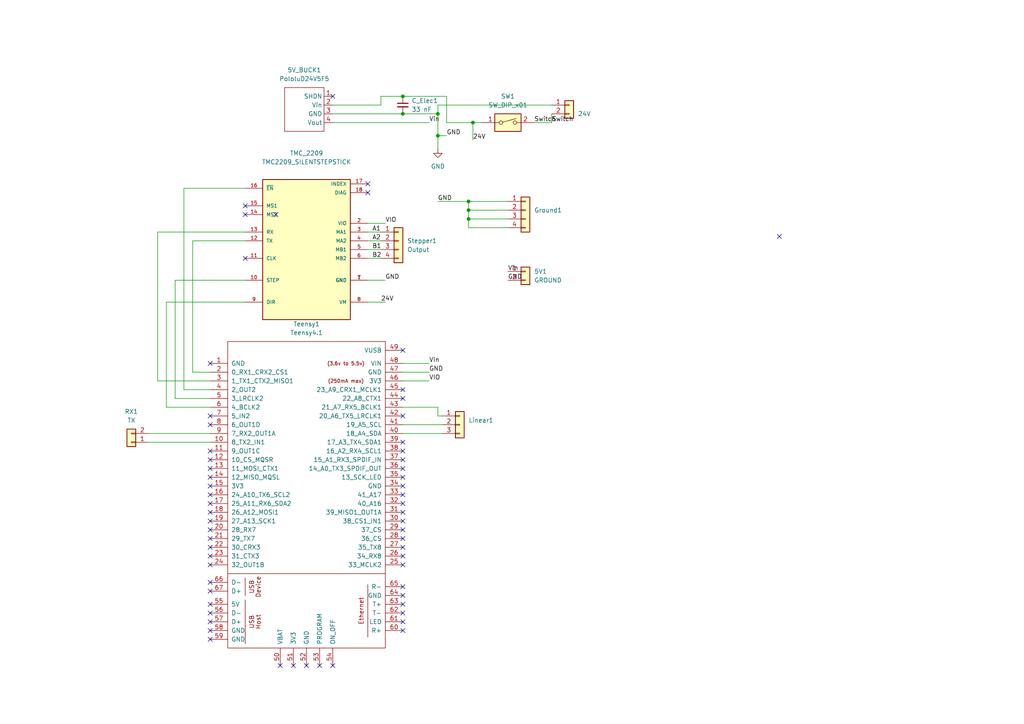
<source format=kicad_sch>
(kicad_sch (version 20250114) (generator "eeschema") (generator_version "9.0")
  (paper "A4")
  (title_block (title "Arm_Controller_Board") (date "2024-04-24") (company "RoboNav"))
  (lib_symbols
    (symbol "Connector_Generic:Conn_01x02" (pin_names (offset 1.016) (hide yes))
      (property "Reference" "J" (at 0 2.54 0))
      (property "Value" "Conn_01x02" (at 0 -5.08 0))
      (symbol "Conn_01x02_1_1"
        (rectangle (start -1.27 1.27) (end 1.27 -3.81) (stroke (width 0.254)) (fill (type background)))
        (rectangle (start -1.27 0.127) (end 0 -0.127) (stroke (width 0.1524)))
        (rectangle (start -1.27 -2.413) (end 0 -2.667) (stroke (width 0.1524)))
        (pin passive line (at -5.08 0 0) (length 3.81) (name "Pin_1") (number "1"))
        (pin passive line (at -5.08 -2.54 0) (length 3.81) (name "Pin_2") (number "2"))
      )
    )
    (symbol "Connector_Generic:Conn_01x03" (pin_names (offset 1.016) (hide yes))
      (property "Reference" "J" (at 0 5.08 0))
      (property "Value" "Conn_01x03" (at 0 -5.08 0))
      (symbol "Conn_01x03_1_1"
        (rectangle (start -1.27 3.81) (end 1.27 -3.81) (stroke (width 0.254)) (fill (type background)))
        (rectangle (start -1.27 2.667) (end 0 2.413) (stroke (width 0.1524)))
        (rectangle (start -1.27 0.127) (end 0 -0.127) (stroke (width 0.1524)))
        (rectangle (start -1.27 -2.413) (end 0 -2.667) (stroke (width 0.1524)))
        (pin passive line (at -5.08 2.54 0) (length 3.81) (name "Pin_1") (number "1"))
        (pin passive line (at -5.08 0 0) (length 3.81) (name "Pin_2") (number "2"))
        (pin passive line (at -5.08 -2.54 0) (length 3.81) (name "Pin_3") (number "3"))
      )
    )
    (symbol "Connector_Generic:Conn_01x04" (pin_names (offset 1.016) (hide yes))
      (property "Reference" "J" (at 0 5.08 0))
      (property "Value" "Conn_01x04" (at 0 -7.62 0))
      (symbol "Conn_01x04_1_1"
        (rectangle (start -1.27 3.81) (end 1.27 -6.35) (stroke (width 0.254)) (fill (type background)))
        (rectangle (start -1.27 2.667) (end 0 2.413) (stroke (width 0.1524)))
        (rectangle (start -1.27 0.127) (end 0 -0.127) (stroke (width 0.1524)))
        (rectangle (start -1.27 -2.413) (end 0 -2.667) (stroke (width 0.1524)))
        (rectangle (start -1.27 -4.953) (end 0 -5.207) (stroke (width 0.1524)))
        (pin passive line (at -5.08 2.54 0) (length 3.81) (name "Pin_1") (number "1"))
        (pin passive line (at -5.08 0 0) (length 3.81) (name "Pin_2") (number "2"))
        (pin passive line (at -5.08 -2.54 0) (length 3.81) (name "Pin_3") (number "3"))
        (pin passive line (at -5.08 -5.08 0) (length 3.81) (name "Pin_4") (number "4"))
      )
    )
    (symbol "Device:C_Small" (pin_numbers (hide yes)) (pin_names (offset 0.254) (hide yes))
      (property "Reference" "C" (at 0.254 1.778 0))
      (property "Value" "C_Small" (at 0.254 -2.032 0))
      (symbol "C_Small_0_1"
        (polyline (pts (xy -1.524 0.508) (xy 1.524 0.508)) (stroke (width 0.3048)))
        (polyline (pts (xy -1.524 -0.508) (xy 1.524 -0.508)) (stroke (width 0.3302)))
      )
      (symbol "C_Small_1_1"
        (pin passive line (at 0 2.54 270) (length 2.032) (name "~") (number "1"))
        (pin passive line (at 0 -2.54 90) (length 2.032) (name "~") (number "2"))
      )
    )
    (symbol "Pololu_5V_D24V5F5:D24V5F5"
      (property "Reference" "U2" (at -5.715 11.43 0))
      (property "Value" "~" (at -5.715 8.89 0))
      (symbol "D24V5F5_0_1"
        (rectangle (start 0 7.62) (end -11.43 -5.08))
      )
      (symbol "D24V5F5_1_1"
        (pin power_in line (at 2.54 5.08 180) (length 2.54) (name "SHDN") (number "1"))
        (pin power_in line (at 2.54 2.54 180) (length 2.54) (name "Vin") (number "2"))
        (pin power_in line (at 2.54 0 180) (length 2.54) (name "GND") (number "3"))
        (pin power_out line (at 2.54 -2.54 180) (length 2.54) (name "Vout") (number "4"))
      )
    )
    (symbol "Switch:SW_DIP_x01" (pin_names (offset 0) (hide yes))
      (property "Reference" "SW" (at 0 3.81 0))
      (property "Value" "SW_DIP_x01" (at 0 -3.81 0))
      (symbol "SW_DIP_x01_0_0"
        (circle (center -2.032 0) (radius 0.508))
        (polyline (pts (xy -1.524 0.127) (xy 2.3622 1.1684)))
        (circle (center 2.032 0) (radius 0.508))
      )
      (symbol "SW_DIP_x01_0_1"
        (rectangle (start -3.81 2.54) (end 3.81 -2.54) (stroke (width 0.254)) (fill (type background)))
      )
      (symbol "SW_DIP_x01_1_1"
        (pin passive line (at -7.62 0 0) (length 5.08) (name "~") (number "1"))
        (pin passive line (at 7.62 0 180) (length 5.08) (name "~") (number "2"))
      )
    )
    (symbol "TMC2209_SILENTSTEPSTICK:TMC2209_SILENTSTEPSTICK" (pin_names (offset 1.016))
      (property "Reference" "TMC_2209" (at 0 25.4 0))
      (property "Value" "TMC2209_SILENTSTEPSTICK" (at 0 22.86 0))
      (symbol "TMC2209_SILENTSTEPSTICK_0_0"
        (rectangle (start -12.7 17.78) (end 12.7 -22.86) (stroke (width 0.254)) (fill (type background)))
        (pin input line (at -17.78 15.24 0) (length 5.08) (name "~{EN}") (number "16"))
        (pin input line (at -17.78 10.16 0) (length 5.08) (name "MS1") (number "15"))
        (pin input line (at -17.78 7.62 0) (length 5.08) (name "MS2") (number "14"))
        (pin input line (at -17.78 -11.43 0) (length 5.08) (name "STEP") (number "10"))
        (pin input line (at -17.78 -17.78 0) (length 5.08) (name "DIR") (number "9"))
        (pin output line (at 17.78 16.51 180) (length 5.08) (name "INDEX") (number "17"))
        (pin output line (at 17.78 13.97 180) (length 5.08) (name "DIAG") (number "18"))
        (pin power_in line (at 17.78 5.08 180) (length 5.08) (name "VIO") (number "2"))
        (pin power_in line (at 17.78 -11.43 180) (length 5.08) (name "GND") (number "1"))
        (pin power_in line (at 17.78 -11.43 180) (length 5.08) (name "GND") (number "7"))
        (pin power_in line (at 17.78 -17.78 180) (length 5.08) (name "VM") (number "8"))
      )
      (symbol "TMC2209_SILENTSTEPSTICK_1_0"
        (pin input line (at -17.78 2.54 0) (length 5.08) (name "RX") (number "13"))
        (pin bidirectional line (at -17.78 0 0) (length 5.08) (name "TX") (number "12"))
        (pin bidirectional line (at -17.78 -5.08 0) (length 5.08) (name "CLK") (number "11"))
        (pin output line (at 17.78 2.54 180) (length 5.08) (name "MA1") (number "3"))
        (pin output line (at 17.78 0 180) (length 5.08) (name "MA2") (number "4"))
        (pin output line (at 17.78 -2.54 180) (length 5.08) (name "MB1") (number "5"))
        (pin output line (at 17.78 -5.08 180) (length 5.08) (name "MB2") (number "6"))
      )
    )
    (symbol "Teensy:Teensy4.1" (pin_names (offset 1.016))
      (property "Reference" "U" (at 0 64.77 0))
      (property "Value" "Teensy4.1" (at 0 62.23 0))
      (symbol "Teensy4.1_0_0"
        (polyline (pts (xy -22.86 -6.35) (xy 22.86 -6.35)))
        (polyline (pts (xy -17.78 -7.62) (xy -17.78 -12.7)))
        (polyline (pts (xy -17.78 -26.67) (xy -17.78 -13.97)))
        (polyline (pts (xy 17.78 -9.525) (xy 17.78 -24.765)))
        (text "USB" (at -15.875 -10.16 900) (effects (font (size 1.27 1.27))))
        (text "USB" (at -15.875 -20.32 900) (effects (font (size 1.27 1.27))))
        (text "Device" (at -13.97 -10.16 900) (effects (font (size 1.27 1.27))))
        (text "Host" (at -13.97 -20.32 900) (effects (font (size 1.27 1.27))))
        (text "(3.6v to 5.5v)" (at 11.43 54.61 0) (effects (font (size 1.016 1.016))))
        (text "(250mA max)" (at 11.43 49.53 0) (effects (font (size 1.016 1.016))))
        (text "Ethernet" (at 15.875 -17.145 900) (effects (font (size 1.27 1.27))))
        (pin bidirectional line (at -27.94 44.45 0) (length 5.08) (name "3_LRCLK2") (number "5"))
        (pin bidirectional line (at -27.94 41.91 0) (length 5.08) (name "4_BCLK2") (number "6"))
        (pin bidirectional line (at -27.94 39.37 0) (length 5.08) (name "5_IN2") (number "7"))
        (pin bidirectional line (at -27.94 36.83 0) (length 5.08) (name "6_OUT1D") (number "8"))
        (pin bidirectional line (at -27.94 34.29 0) (length 5.08) (name "7_RX2_OUT1A") (number "9"))
        (pin bidirectional line (at -27.94 31.75 0) (length 5.08) (name "8_TX2_IN1") (number "10"))
        (pin bidirectional line (at -27.94 29.21 0) (length 5.08) (name "9_OUT1C") (number "11"))
        (pin bidirectional line (at -27.94 26.67 0) (length 5.08) (name "10_CS_MQSR") (number "12"))
        (pin bidirectional line (at -27.94 24.13 0) (length 5.08) (name "11_MOSI_CTX1") (number "13"))
        (pin bidirectional line (at -27.94 21.59 0) (length 5.08) (name "12_MISO_MQSL") (number "14"))
        (pin power_in line (at -27.94 19.05 0) (length 5.08) (name "3V3") (number "15"))
        (pin bidirectional line (at -27.94 16.51 0) (length 5.08) (name "24_A10_TX6_SCL2") (number "16"))
        (pin bidirectional line (at -27.94 13.97 0) (length 5.08) (name "25_A11_RX6_SDA2") (number "17"))
        (pin bidirectional line (at -27.94 11.43 0) (length 5.08) (name "26_A12_MOSI1") (number "18"))
        (pin bidirectional line (at -27.94 8.89 0) (length 5.08) (name "27_A13_SCK1") (number "19"))
        (pin bidirectional line (at -27.94 6.35 0) (length 5.08) (name "28_RX7") (number "20"))
        (pin bidirectional line (at -27.94 3.81 0) (length 5.08) (name "29_TX7") (number "21"))
        (pin bidirectional line (at -27.94 1.27 0) (length 5.08) (name "30_CRX3") (number "22"))
        (pin bidirectional line (at -27.94 -1.27 0) (length 5.08) (name "31_CTX3") (number "23"))
        (pin bidirectional line (at -27.94 -3.81 0) (length 5.08) (name "32_OUT1B") (number "24"))
        (pin bidirectional line (at -27.94 -8.89 0) (length 5.08) (name "D-") (number "66"))
        (pin bidirectional line (at -27.94 -11.43 0) (length 5.08) (name "D+") (number "67"))
        (pin power_out line (at -27.94 -15.24 0) (length 5.08) (name "5V") (number "55"))
        (pin bidirectional line (at -27.94 -17.78 0) (length 5.08) (name "D-") (number "56"))
        (pin bidirectional line (at -27.94 -20.32 0) (length 5.08) (name "D+") (number "57"))
        (pin power_in line (at -27.94 -22.86 0) (length 5.08) (name "GND") (number "58"))
        (pin power_in line (at -27.94 -25.4 0) (length 5.08) (name "GND") (number "59"))
        (pin power_in line (at -7.62 -33.02 90) (length 5.08) (name "VBAT") (number "50"))
        (pin power_in line (at -3.81 -33.02 90) (length 5.08) (name "3V3") (number "51"))
        (pin input line (at 0 -33.02 90) (length 5.08) (name "GND") (number "52"))
        (pin input line (at 3.81 -33.02 90) (length 5.08) (name "PROGRAM") (number "53"))
        (pin input line (at 7.62 -33.02 90) (length 5.08) (name "ON_OFF") (number "54"))
        (pin power_out line (at 27.94 58.42 180) (length 5.08) (name "VUSB") (number "49"))
        (pin power_in line (at 27.94 54.61 180) (length 5.08) (name "VIN") (number "48"))
        (pin output line (at 27.94 52.07 180) (length 5.08) (name "GND") (number "47"))
        (pin output line (at 27.94 49.53 180) (length 5.08) (name "3V3") (number "46"))
        (pin bidirectional line (at 27.94 46.99 180) (length 5.08) (name "23_A9_CRX1_MCLK1") (number "45"))
        (pin bidirectional line (at 27.94 44.45 180) (length 5.08) (name "22_A8_CTX1") (number "44"))
        (pin bidirectional line (at 27.94 41.91 180) (length 5.08) (name "21_A7_RX5_BCLK1") (number "43"))
        (pin bidirectional line (at 27.94 39.37 180) (length 5.08) (name "20_A6_TX5_LRCLK1") (number "42"))
        (pin bidirectional line (at 27.94 36.83 180) (length 5.08) (name "19_A5_SCL") (number "41"))
        (pin bidirectional line (at 27.94 34.29 180) (length 5.08) (name "18_A4_SDA") (number "40"))
        (pin bidirectional line (at 27.94 31.75 180) (length 5.08) (name "17_A3_TX4_SDA1") (number "39"))
        (pin bidirectional line (at 27.94 29.21 180) (length 5.08) (name "16_A2_RX4_SCL1") (number "38"))
        (pin bidirectional line (at 27.94 26.67 180) (length 5.08) (name "15_A1_RX3_SPDIF_IN") (number "37"))
        (pin bidirectional line (at 27.94 24.13 180) (length 5.08) (name "14_A0_TX3_SPDIF_OUT") (number "36"))
        (pin bidirectional line (at 27.94 21.59 180) (length 5.08) (name "13_SCK_LED") (number "35"))
        (pin bidirectional line (at 27.94 16.51 180) (length 5.08) (name "41_A17") (number "33"))
        (pin bidirectional line (at 27.94 13.97 180) (length 5.08) (name "40_A16") (number "32"))
        (pin bidirectional line (at 27.94 11.43 180) (length 5.08) (name "39_MISO1_OUT1A") (number "31"))
        (pin bidirectional line (at 27.94 8.89 180) (length 5.08) (name "38_CS1_IN1") (number "30"))
        (pin bidirectional line (at 27.94 6.35 180) (length 5.08) (name "37_CS") (number "29"))
        (pin bidirectional line (at 27.94 3.81 180) (length 5.08) (name "36_CS") (number "28"))
        (pin bidirectional line (at 27.94 1.27 180) (length 5.08) (name "35_TX8") (number "27"))
        (pin bidirectional line (at 27.94 -1.27 180) (length 5.08) (name "34_RX8") (number "26"))
        (pin bidirectional line (at 27.94 -3.81 180) (length 5.08) (name "33_MCLK2") (number "25"))
        (pin bidirectional line (at 27.94 -10.16 180) (length 5.08) (name "R-") (number "65"))
        (pin power_in line (at 27.94 -12.7 180) (length 5.08) (name "GND") (number "64"))
        (pin bidirectional line (at 27.94 -15.24 180) (length 5.08) (name "T+") (number "63"))
        (pin bidirectional line (at 27.94 -17.78 180) (length 5.08) (name "T-") (number "62"))
        (pin bidirectional line (at 27.94 -20.32 180) (length 5.08) (name "LED") (number "61"))
        (pin bidirectional line (at 27.94 -22.86 180) (length 5.08) (name "R+") (number "60"))
      )
      (symbol "Teensy4.1_0_1"
        (rectangle (start -22.86 60.96) (end 22.86 -27.94))
        (rectangle (start -20.32 -1.27) (end -20.32 -1.27))
      )
      (symbol "Teensy4.1_1_1"
        (pin power_in line (at -27.94 54.61 0) (length 5.08) (name "GND") (number "1"))
        (pin bidirectional line (at -27.94 52.07 0) (length 5.08) (name "0_RX1_CRX2_CS1") (number "2"))
        (pin bidirectional line (at -27.94 49.53 0) (length 5.08) (name "1_TX1_CTX2_MISO1") (number "3"))
        (pin bidirectional line (at -27.94 46.99 0) (length 5.08) (name "2_OUT2") (number "4"))
        (pin power_in line (at 27.94 19.05 180) (length 5.08) (name "GND") (number "34"))
      )
    )
    (symbol "power:GND" (power) (pin_numbers (hide yes)) (pin_names (offset 0) (hide yes))
      (property "Value" "GND" (at 0 -3.81 0))
      (symbol "GND_0_1"
        (polyline (pts (xy 0 0) (xy 0 -1.27) (xy 1.27 -1.27) (xy 0 -2.54) (xy -1.27 -1.27) (xy 0 -1.27)))
      )
      (symbol "GND_1_1"
        (pin power_in line (at 0 0 270) (length 0) (name "~") (number "1"))
      )
    )
  )
  (junction (at 116.84 33.02))
  (junction (at 135.89 63.5))
  (junction (at 127 33.02))
  (junction (at 135.89 60.96))
  (junction (at 137.16 35.56))
  (junction (at 116.84 27.94))
  (junction (at 135.89 58.42))
  (junction (at 127 39.37))
  (no_connect (at 60.96 135.89))
  (no_connect (at 116.84 135.89))
  (no_connect (at 85.09 193.04))
  (no_connect (at 92.71 193.04))
  (no_connect (at 60.96 158.75))
  (no_connect (at 60.96 156.21))
  (no_connect (at 60.96 133.35))
  (no_connect (at 60.96 177.8))
  (no_connect (at 116.84 170.18))
  (no_connect (at 116.84 101.6))
  (no_connect (at 116.84 113.03))
  (no_connect (at 60.96 120.65))
  (no_connect (at 116.84 143.51))
  (no_connect (at 116.84 158.75))
  (no_connect (at 60.96 140.97))
  (no_connect (at 60.96 185.42))
  (no_connect (at 60.96 175.26))
  (no_connect (at 60.96 105.41))
  (no_connect (at 96.52 27.94))
  (no_connect (at 116.84 140.97))
  (no_connect (at 106.68 55.88))
  (no_connect (at 116.84 120.65))
  (no_connect (at 116.84 177.8))
  (no_connect (at 60.96 143.51))
  (no_connect (at 60.96 163.83))
  (no_connect (at 106.68 53.34))
  (no_connect (at 60.96 146.05))
  (no_connect (at 116.84 148.59))
  (no_connect (at 71.12 62.23))
  (no_connect (at 60.96 171.45))
  (no_connect (at 60.96 148.59))
  (no_connect (at 88.9 193.04))
  (no_connect (at 116.84 182.88))
  (no_connect (at 116.84 163.83))
  (no_connect (at 60.96 168.91))
  (no_connect (at 60.96 161.29))
  (no_connect (at 60.96 151.13))
  (no_connect (at 116.84 115.57))
  (no_connect (at 116.84 133.35))
  (no_connect (at 116.84 156.21))
  (no_connect (at 60.96 182.88))
  (no_connect (at 96.52 193.04))
  (no_connect (at 116.84 128.27))
  (no_connect (at 116.84 151.13))
  (no_connect (at 116.84 153.67))
  (no_connect (at 71.12 59.69))
  (no_connect (at 116.84 146.05))
  (no_connect (at 116.84 180.34))
  (no_connect (at 60.96 138.43))
  (no_connect (at 81.28 193.04))
  (no_connect (at 80.01 62.23))
  (no_connect (at 116.84 172.72))
  (no_connect (at 226.06 68.58))
  (no_connect (at 116.84 130.81))
  (no_connect (at 116.84 138.43))
  (no_connect (at 60.96 123.19))
  (no_connect (at 60.96 180.34))
  (no_connect (at 60.96 130.81))
  (no_connect (at 60.96 153.67))
  (no_connect (at 116.84 175.26))
  (no_connect (at 71.12 74.93))
  (no_connect (at 116.84 161.29))
  (wire (pts (xy 106.68 69.85) (xy 110.49 69.85)))
  (wire (pts (xy 45.72 67.31) (xy 45.72 110.49)))
  (wire (pts (xy 48.26 118.11) (xy 48.26 87.63)))
  (wire (pts (xy 96.52 35.56) (xy 124.46 35.56)))
  (wire (pts (xy 55.88 69.85) (xy 55.88 107.95)))
  (wire (pts (xy 135.89 58.42) (xy 127 58.42)))
  (wire (pts (xy 55.88 69.85) (xy 71.12 69.85)))
  (wire (pts (xy 106.68 74.93) (xy 110.49 74.93)))
  (wire (pts (xy 48.26 118.11) (xy 60.96 118.11)))
  (wire (pts (xy 116.84 27.94) (xy 110.49 27.94)))
  (wire (pts (xy 53.34 54.61) (xy 71.12 54.61)))
  (wire (pts (xy 127 39.37) (xy 129.54 39.37)))
  (wire (pts (xy 106.68 72.39) (xy 110.49 72.39)))
  (wire (pts (xy 154.94 35.56) (xy 160.02 35.56)))
  (wire (pts (xy 129.54 27.94) (xy 116.84 27.94)))
  (wire (pts (xy 116.84 110.49) (xy 124.46 110.49)))
  (wire (pts (xy 116.84 123.19) (xy 128.27 123.19)))
  (wire (pts (xy 43.18 125.73) (xy 60.96 125.73)))
  (wire (pts (xy 129.54 27.94) (xy 129.54 35.56)))
  (wire (pts (xy 124.46 105.41) (xy 116.84 105.41)))
  (wire (pts (xy 160.02 33.02) (xy 160.02 35.56)))
  (wire (pts (xy 127 120.65) (xy 127 118.11)))
  (wire (pts (xy 116.84 33.02) (xy 127 33.02)))
  (wire (pts (xy 137.16 35.56) (xy 129.54 35.56)))
  (wire (pts (xy 127 33.02) (xy 127 39.37)))
  (wire (pts (xy 106.68 67.31) (xy 110.49 67.31)))
  (wire (pts (xy 147.32 63.5) (xy 135.89 63.5)))
  (wire (pts (xy 116.84 107.95) (xy 124.46 107.95)))
  (wire (pts (xy 110.49 27.94) (xy 110.49 30.48)))
  (wire (pts (xy 139.7 35.56) (xy 137.16 35.56)))
  (wire (pts (xy 137.16 35.56) (xy 137.16 40.64)))
  (wire (pts (xy 96.52 30.48) (xy 110.49 30.48)))
  (wire (pts (xy 53.34 113.03) (xy 60.96 113.03)))
  (wire (pts (xy 55.88 107.95) (xy 60.96 107.95)))
  (wire (pts (xy 135.89 66.04) (xy 135.89 63.5)))
  (wire (pts (xy 45.72 110.49) (xy 60.96 110.49)))
  (wire (pts (xy 147.32 58.42) (xy 135.89 58.42)))
  (wire (pts (xy 135.89 63.5) (xy 135.89 60.96)))
  (wire (pts (xy 53.34 54.61) (xy 53.34 113.03)))
  (wire (pts (xy 106.68 64.77) (xy 111.76 64.77)))
  (wire (pts (xy 127 118.11) (xy 116.84 118.11)))
  (wire (pts (xy 96.52 33.02) (xy 116.84 33.02)))
  (wire (pts (xy 45.72 67.31) (xy 71.12 67.31)))
  (wire (pts (xy 147.32 66.04) (xy 135.89 66.04)))
  (wire (pts (xy 160.02 30.48) (xy 127 30.48)))
  (wire (pts (xy 106.68 81.28) (xy 111.76 81.28)))
  (wire (pts (xy 50.8 115.57) (xy 50.8 81.28)))
  (wire (pts (xy 116.84 125.73) (xy 128.27 125.73)))
  (wire (pts (xy 48.26 87.63) (xy 71.12 87.63)))
  (wire (pts (xy 50.8 115.57) (xy 60.96 115.57)))
  (wire (pts (xy 106.68 87.63) (xy 111.76 87.63)))
  (wire (pts (xy 127 120.65) (xy 128.27 120.65)))
  (wire (pts (xy 147.32 60.96) (xy 135.89 60.96)))
  (wire (pts (xy 135.89 60.96) (xy 135.89 58.42)))
  (wire (pts (xy 127 30.48) (xy 127 33.02)))
  (wire (pts (xy 43.18 128.27) (xy 60.96 128.27)))
  (wire (pts (xy 127 39.37) (xy 127 43.18)))
  (wire (pts (xy 50.8 81.28) (xy 71.12 81.28)))
  (label "VIO" (at 111.76 64.77 0))
  (label "B2" (at 107.95 74.93 0))
  (label "24V" (at 110.49 87.63 0))
  (label "GND" (at 129.54 39.37 0))
  (label "A2" (at 107.95 69.85 0))
  (label "GND" (at 124.46 107.95 0))
  (label "Switch" (at 160.02 35.56 0))
  (label "GND" (at 127 58.42 0))
  (label "Vin" (at 147.32 78.74 0))
  (label "Switch" (at 154.94 35.56 0))
  (label "Vin" (at 124.46 35.56 0))
  (label "Vin" (at 124.46 105.41 0))
  (label "GND" (at 147.32 81.28 0))
  (label "24V" (at 137.16 40.64 0))
  (label "VIO" (at 124.46 110.49 0))
  (label "GND" (at 111.76 81.28 0))
  (label "A1" (at 107.95 67.31 0))
  (label "B1" (at 107.95 72.39 0))
  (symbol (lib_id "power:GND") (at 127 43.18 0) (unit 1)
    (property "Reference" "#PWR01" (effects (hide yes)))
    (property "Value" "GND" (at 127 48.26 0))
    (property "Description" "Power symbol creates a global label with name \"GND\" , ground" (effects (hide yes)))
  )
  (symbol (lib_id "TMC2209_SILENTSTEPSTICK:TMC2209_SILENTSTEPSTICK") (at 88.9 69.85 0) (unit 1)
    (property "Reference" "TMC_2209" (at 88.9 44.45 0))
    (property "Value" "TMC2209_SILENTSTEPSTICK" (at 88.9 46.99 0))
    (property "Footprint" "Bigtreetech_TMC2209:MODULE_TMC2209_SILENTSTEPSTICK" (effects (hide yes)))
    (property "SNAPEDA_PN" "TMC2209 SILENTSTEPSTICK" (effects (hide yes)))
  )
  (symbol (lib_id "Teensy:Teensy4.1") (at 88.9 160.02 0) (unit 1)
    (property "Reference" "Teensy1" (at 88.9 93.98 0))
    (property "Value" "Teensy4.1" (at 88.9 96.52 0))
    (property "Footprint" "Teensy:Teensy41" (effects (hide yes)))
  )
  (symbol (lib_id "Connector_Generic:Conn_01x02") (at 38.1 128.27 180) (unit 1)
    (property "Reference" "RX1" (at 38.1 119.38 0))
    (property "Value" "TX" (at 38.1 121.92 0))
    (property "Footprint" "Connector_JST:JST_EH_B2B-EH-A_1x02_P2.50mm_Vertical" (effects (hide yes)))
    (property "Description" "Generic connector, single row, 01x02, script generated (kicad-library-utils/schlib/autogen/connector/)" (effects (hide yes)))
  )
  (symbol (lib_id "Pololu_5V_D24V5F5:D24V5F5") (at 93.98 33.02 0) (unit 1)
    (property "Reference" "5V_BUCK1" (at 88.265 20.32 0))
    (property "Value" "PololuD24V5F5" (at 88.265 22.86 0))
    (property "Footprint" "Connector_PinHeader_2.54mm:PinHeader_1x04_P2.54mm_Vertical" (effects (hide yes)))
  )
  (symbol (lib_id "Connector_Generic:Conn_01x02") (at 152.4 78.74 0) (unit 1)
    (property "Reference" "5V1" (at 154.94 78.7399 0) (effects (justify left)))
    (property "Value" "GROUND" (at 154.94 81.2799 0) (effects (justify left)))
    (property "Footprint" "Connector_JST:JST_EH_B2B-EH-A_1x02_P2.50mm_Vertical" (effects (hide yes)))
    (property "Description" "Generic connector, single row, 01x02, script generated (kicad-library-utils/schlib/autogen/connector/)" (effects (hide yes)))
  )
  (symbol (lib_id "Connector_Generic:Conn_01x04") (at 152.4 60.96 0) (unit 1)
    (property "Reference" "Ground1" (at 154.94 60.9599 0) (effects (justify left)))
    (property "Value" "Output" (effects (hide yes)))
    (property "Footprint" "Connector_PinHeader_2.54mm:PinHeader_1x04_P2.54mm_Vertical" (effects (hide yes)))
    (property "Description" "Generic connector, single row, 01x04, script generated (kicad-library-utils/schlib/autogen/connector/)" (effects (hide yes)))
  )
  (symbol (lib_id "Device:C_Small") (at 116.84 30.48 0) (unit 1)
    (property "Reference" "C_Elec1" (at 119.38 29.2162 0) (effects (justify left)))
    (property "Value" "33 nF" (at 119.38 31.7562 0) (effects (justify left)))
    (property "Footprint" "Capacitor_THT:C_Disc_D3.0mm_W1.6mm_P2.50mm" (effects (hide yes)))
    (property "Description" "Unpolarized capacitor, small symbol" (effects (hide yes)))
  )
  (symbol (lib_id "Connector_Generic:Conn_01x02") (at 165.1 30.48 0) (unit 1)
    (property "Reference" "Ground2" (effects (hide yes)))
    (property "Value" "24V" (at 167.64 33.0199 0) (effects (justify left)))
    (property "Footprint" "Connector_JST:JST_EH_B2B-EH-A_1x02_P2.50mm_Vertical" (effects (hide yes)))
    (property "Description" "Generic connector, single row, 01x02, script generated (kicad-library-utils/schlib/autogen/connector/)" (effects (hide yes)))
    (property "Sim.Library" ".\\" (effects (hide yes)))
  )
  (symbol (lib_id "Connector_Generic:Conn_01x03") (at 133.35 123.19 0) (unit 1)
    (property "Reference" "Linear1" (at 135.89 121.9199 0) (effects (justify left)))
    (property "Value" "Actuator" (effects (hide yes)))
    (property "Footprint" "Connector_JST:JST_EH_B3B-EH-A_1x03_P2.50mm_Vertical" (effects (hide yes)))
    (property "Description" "Generic connector, single row, 01x03, script generated (kicad-library-utils/schlib/autogen/connector/)" (effects (hide yes)))
  )
  (symbol (lib_id "Switch:SW_DIP_x01") (at 147.32 35.56 0) (unit 1)
    (property "Reference" "SW1" (at 147.32 27.94 0))
    (property "Value" "SW_DIP_x01" (at 147.32 30.48 0))
    (property "Footprint" "Button_Switch_THT:SW_DIP_SPSTx01_Slide_9.78x4.72mm_W7.62mm_P2.54mm" (effects (hide yes)))
    (property "Description" "1x DIP Switch, Single Pole Single Throw (SPST) switch, small symbol" (effects (hide yes)))
  )
  (symbol (lib_id "Connector_Generic:Conn_01x04") (at 115.57 69.85 0) (unit 1)
    (property "Reference" "Stepper1" (at 118.11 69.8499 0) (effects (justify left)))
    (property "Value" "Output" (at 118.11 72.3899 0) (effects (justify left)))
    (property "Footprint" "Connector_JST:JST_EH_B4B-EH-A_1x04_P2.50mm_Vertical" (effects (hide yes)))
    (property "Description" "Generic connector, single row, 01x04, script generated (kicad-library-utils/schlib/autogen/connector/)" (effects (hide yes)))
  )
)
</source>
